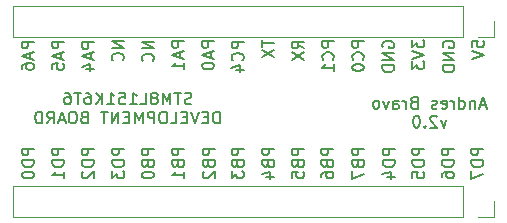
<source format=gbo>
G04 #@! TF.GenerationSoftware,KiCad,Pcbnew,7.0.7*
G04 #@! TF.CreationDate,2023-09-06T15:40:30-04:00*
G04 #@! TF.ProjectId,stm8l151k6t6_board,73746d38-6c31-4353-916b-3674365f626f,rev?*
G04 #@! TF.SameCoordinates,Original*
G04 #@! TF.FileFunction,Legend,Bot*
G04 #@! TF.FilePolarity,Positive*
%FSLAX46Y46*%
G04 Gerber Fmt 4.6, Leading zero omitted, Abs format (unit mm)*
G04 Created by KiCad (PCBNEW 7.0.7) date 2023-09-06 15:40:30*
%MOMM*%
%LPD*%
G01*
G04 APERTURE LIST*
%ADD10C,0.160000*%
%ADD11C,0.150000*%
%ADD12C,0.120000*%
%ADD13C,0.600000*%
%ADD14O,2.400000X1.200000*%
%ADD15C,2.200000*%
%ADD16R,1.700000X1.700000*%
%ADD17O,1.700000X1.700000*%
G04 APERTURE END LIST*
D10*
X128554299Y-107093358D02*
X127554299Y-107093358D01*
X127554299Y-107093358D02*
X128554299Y-107664786D01*
X128554299Y-107664786D02*
X127554299Y-107664786D01*
X128459060Y-108712405D02*
X128506680Y-108664786D01*
X128506680Y-108664786D02*
X128554299Y-108521929D01*
X128554299Y-108521929D02*
X128554299Y-108426691D01*
X128554299Y-108426691D02*
X128506680Y-108283834D01*
X128506680Y-108283834D02*
X128411441Y-108188596D01*
X128411441Y-108188596D02*
X128316203Y-108140977D01*
X128316203Y-108140977D02*
X128125727Y-108093358D01*
X128125727Y-108093358D02*
X127982870Y-108093358D01*
X127982870Y-108093358D02*
X127792394Y-108140977D01*
X127792394Y-108140977D02*
X127697156Y-108188596D01*
X127697156Y-108188596D02*
X127601918Y-108283834D01*
X127601918Y-108283834D02*
X127554299Y-108426691D01*
X127554299Y-108426691D02*
X127554299Y-108521929D01*
X127554299Y-108521929D02*
X127601918Y-108664786D01*
X127601918Y-108664786D02*
X127649537Y-108712405D01*
X156454299Y-116143358D02*
X155454299Y-116143358D01*
X155454299Y-116143358D02*
X155454299Y-116524310D01*
X155454299Y-116524310D02*
X155501918Y-116619548D01*
X155501918Y-116619548D02*
X155549537Y-116667167D01*
X155549537Y-116667167D02*
X155644775Y-116714786D01*
X155644775Y-116714786D02*
X155787632Y-116714786D01*
X155787632Y-116714786D02*
X155882870Y-116667167D01*
X155882870Y-116667167D02*
X155930489Y-116619548D01*
X155930489Y-116619548D02*
X155978108Y-116524310D01*
X155978108Y-116524310D02*
X155978108Y-116143358D01*
X156454299Y-117143358D02*
X155454299Y-117143358D01*
X155454299Y-117143358D02*
X155454299Y-117381453D01*
X155454299Y-117381453D02*
X155501918Y-117524310D01*
X155501918Y-117524310D02*
X155597156Y-117619548D01*
X155597156Y-117619548D02*
X155692394Y-117667167D01*
X155692394Y-117667167D02*
X155882870Y-117714786D01*
X155882870Y-117714786D02*
X156025727Y-117714786D01*
X156025727Y-117714786D02*
X156216203Y-117667167D01*
X156216203Y-117667167D02*
X156311441Y-117619548D01*
X156311441Y-117619548D02*
X156406680Y-117524310D01*
X156406680Y-117524310D02*
X156454299Y-117381453D01*
X156454299Y-117381453D02*
X156454299Y-117143358D01*
X155454299Y-118048120D02*
X155454299Y-118714786D01*
X155454299Y-118714786D02*
X156454299Y-118286215D01*
X126054299Y-116143358D02*
X125054299Y-116143358D01*
X125054299Y-116143358D02*
X125054299Y-116524310D01*
X125054299Y-116524310D02*
X125101918Y-116619548D01*
X125101918Y-116619548D02*
X125149537Y-116667167D01*
X125149537Y-116667167D02*
X125244775Y-116714786D01*
X125244775Y-116714786D02*
X125387632Y-116714786D01*
X125387632Y-116714786D02*
X125482870Y-116667167D01*
X125482870Y-116667167D02*
X125530489Y-116619548D01*
X125530489Y-116619548D02*
X125578108Y-116524310D01*
X125578108Y-116524310D02*
X125578108Y-116143358D01*
X126054299Y-117143358D02*
X125054299Y-117143358D01*
X125054299Y-117143358D02*
X125054299Y-117381453D01*
X125054299Y-117381453D02*
X125101918Y-117524310D01*
X125101918Y-117524310D02*
X125197156Y-117619548D01*
X125197156Y-117619548D02*
X125292394Y-117667167D01*
X125292394Y-117667167D02*
X125482870Y-117714786D01*
X125482870Y-117714786D02*
X125625727Y-117714786D01*
X125625727Y-117714786D02*
X125816203Y-117667167D01*
X125816203Y-117667167D02*
X125911441Y-117619548D01*
X125911441Y-117619548D02*
X126006680Y-117524310D01*
X126006680Y-117524310D02*
X126054299Y-117381453D01*
X126054299Y-117381453D02*
X126054299Y-117143358D01*
X125054299Y-118048120D02*
X125054299Y-118667167D01*
X125054299Y-118667167D02*
X125435251Y-118333834D01*
X125435251Y-118333834D02*
X125435251Y-118476691D01*
X125435251Y-118476691D02*
X125482870Y-118571929D01*
X125482870Y-118571929D02*
X125530489Y-118619548D01*
X125530489Y-118619548D02*
X125625727Y-118667167D01*
X125625727Y-118667167D02*
X125863822Y-118667167D01*
X125863822Y-118667167D02*
X125959060Y-118619548D01*
X125959060Y-118619548D02*
X126006680Y-118571929D01*
X126006680Y-118571929D02*
X126054299Y-118476691D01*
X126054299Y-118476691D02*
X126054299Y-118190977D01*
X126054299Y-118190977D02*
X126006680Y-118095739D01*
X126006680Y-118095739D02*
X125959060Y-118048120D01*
X151454299Y-116143358D02*
X150454299Y-116143358D01*
X150454299Y-116143358D02*
X150454299Y-116524310D01*
X150454299Y-116524310D02*
X150501918Y-116619548D01*
X150501918Y-116619548D02*
X150549537Y-116667167D01*
X150549537Y-116667167D02*
X150644775Y-116714786D01*
X150644775Y-116714786D02*
X150787632Y-116714786D01*
X150787632Y-116714786D02*
X150882870Y-116667167D01*
X150882870Y-116667167D02*
X150930489Y-116619548D01*
X150930489Y-116619548D02*
X150978108Y-116524310D01*
X150978108Y-116524310D02*
X150978108Y-116143358D01*
X151454299Y-117143358D02*
X150454299Y-117143358D01*
X150454299Y-117143358D02*
X150454299Y-117381453D01*
X150454299Y-117381453D02*
X150501918Y-117524310D01*
X150501918Y-117524310D02*
X150597156Y-117619548D01*
X150597156Y-117619548D02*
X150692394Y-117667167D01*
X150692394Y-117667167D02*
X150882870Y-117714786D01*
X150882870Y-117714786D02*
X151025727Y-117714786D01*
X151025727Y-117714786D02*
X151216203Y-117667167D01*
X151216203Y-117667167D02*
X151311441Y-117619548D01*
X151311441Y-117619548D02*
X151406680Y-117524310D01*
X151406680Y-117524310D02*
X151454299Y-117381453D01*
X151454299Y-117381453D02*
X151454299Y-117143358D01*
X150454299Y-118619548D02*
X150454299Y-118143358D01*
X150454299Y-118143358D02*
X150930489Y-118095739D01*
X150930489Y-118095739D02*
X150882870Y-118143358D01*
X150882870Y-118143358D02*
X150835251Y-118238596D01*
X150835251Y-118238596D02*
X150835251Y-118476691D01*
X150835251Y-118476691D02*
X150882870Y-118571929D01*
X150882870Y-118571929D02*
X150930489Y-118619548D01*
X150930489Y-118619548D02*
X151025727Y-118667167D01*
X151025727Y-118667167D02*
X151263822Y-118667167D01*
X151263822Y-118667167D02*
X151359060Y-118619548D01*
X151359060Y-118619548D02*
X151406680Y-118571929D01*
X151406680Y-118571929D02*
X151454299Y-118476691D01*
X151454299Y-118476691D02*
X151454299Y-118238596D01*
X151454299Y-118238596D02*
X151406680Y-118143358D01*
X151406680Y-118143358D02*
X151359060Y-118095739D01*
X153954299Y-116143358D02*
X152954299Y-116143358D01*
X152954299Y-116143358D02*
X152954299Y-116524310D01*
X152954299Y-116524310D02*
X153001918Y-116619548D01*
X153001918Y-116619548D02*
X153049537Y-116667167D01*
X153049537Y-116667167D02*
X153144775Y-116714786D01*
X153144775Y-116714786D02*
X153287632Y-116714786D01*
X153287632Y-116714786D02*
X153382870Y-116667167D01*
X153382870Y-116667167D02*
X153430489Y-116619548D01*
X153430489Y-116619548D02*
X153478108Y-116524310D01*
X153478108Y-116524310D02*
X153478108Y-116143358D01*
X153954299Y-117143358D02*
X152954299Y-117143358D01*
X152954299Y-117143358D02*
X152954299Y-117381453D01*
X152954299Y-117381453D02*
X153001918Y-117524310D01*
X153001918Y-117524310D02*
X153097156Y-117619548D01*
X153097156Y-117619548D02*
X153192394Y-117667167D01*
X153192394Y-117667167D02*
X153382870Y-117714786D01*
X153382870Y-117714786D02*
X153525727Y-117714786D01*
X153525727Y-117714786D02*
X153716203Y-117667167D01*
X153716203Y-117667167D02*
X153811441Y-117619548D01*
X153811441Y-117619548D02*
X153906680Y-117524310D01*
X153906680Y-117524310D02*
X153954299Y-117381453D01*
X153954299Y-117381453D02*
X153954299Y-117143358D01*
X152954299Y-118571929D02*
X152954299Y-118381453D01*
X152954299Y-118381453D02*
X153001918Y-118286215D01*
X153001918Y-118286215D02*
X153049537Y-118238596D01*
X153049537Y-118238596D02*
X153192394Y-118143358D01*
X153192394Y-118143358D02*
X153382870Y-118095739D01*
X153382870Y-118095739D02*
X153763822Y-118095739D01*
X153763822Y-118095739D02*
X153859060Y-118143358D01*
X153859060Y-118143358D02*
X153906680Y-118190977D01*
X153906680Y-118190977D02*
X153954299Y-118286215D01*
X153954299Y-118286215D02*
X153954299Y-118476691D01*
X153954299Y-118476691D02*
X153906680Y-118571929D01*
X153906680Y-118571929D02*
X153859060Y-118619548D01*
X153859060Y-118619548D02*
X153763822Y-118667167D01*
X153763822Y-118667167D02*
X153525727Y-118667167D01*
X153525727Y-118667167D02*
X153430489Y-118619548D01*
X153430489Y-118619548D02*
X153382870Y-118571929D01*
X153382870Y-118571929D02*
X153335251Y-118476691D01*
X153335251Y-118476691D02*
X153335251Y-118286215D01*
X153335251Y-118286215D02*
X153382870Y-118190977D01*
X153382870Y-118190977D02*
X153430489Y-118143358D01*
X153430489Y-118143358D02*
X153525727Y-118095739D01*
X146354299Y-107043358D02*
X145354299Y-107043358D01*
X145354299Y-107043358D02*
X145354299Y-107424310D01*
X145354299Y-107424310D02*
X145401918Y-107519548D01*
X145401918Y-107519548D02*
X145449537Y-107567167D01*
X145449537Y-107567167D02*
X145544775Y-107614786D01*
X145544775Y-107614786D02*
X145687632Y-107614786D01*
X145687632Y-107614786D02*
X145782870Y-107567167D01*
X145782870Y-107567167D02*
X145830489Y-107519548D01*
X145830489Y-107519548D02*
X145878108Y-107424310D01*
X145878108Y-107424310D02*
X145878108Y-107043358D01*
X146259060Y-108614786D02*
X146306680Y-108567167D01*
X146306680Y-108567167D02*
X146354299Y-108424310D01*
X146354299Y-108424310D02*
X146354299Y-108329072D01*
X146354299Y-108329072D02*
X146306680Y-108186215D01*
X146306680Y-108186215D02*
X146211441Y-108090977D01*
X146211441Y-108090977D02*
X146116203Y-108043358D01*
X146116203Y-108043358D02*
X145925727Y-107995739D01*
X145925727Y-107995739D02*
X145782870Y-107995739D01*
X145782870Y-107995739D02*
X145592394Y-108043358D01*
X145592394Y-108043358D02*
X145497156Y-108090977D01*
X145497156Y-108090977D02*
X145401918Y-108186215D01*
X145401918Y-108186215D02*
X145354299Y-108329072D01*
X145354299Y-108329072D02*
X145354299Y-108424310D01*
X145354299Y-108424310D02*
X145401918Y-108567167D01*
X145401918Y-108567167D02*
X145449537Y-108614786D01*
X145354299Y-109233834D02*
X145354299Y-109329072D01*
X145354299Y-109329072D02*
X145401918Y-109424310D01*
X145401918Y-109424310D02*
X145449537Y-109471929D01*
X145449537Y-109471929D02*
X145544775Y-109519548D01*
X145544775Y-109519548D02*
X145735251Y-109567167D01*
X145735251Y-109567167D02*
X145973346Y-109567167D01*
X145973346Y-109567167D02*
X146163822Y-109519548D01*
X146163822Y-109519548D02*
X146259060Y-109471929D01*
X146259060Y-109471929D02*
X146306680Y-109424310D01*
X146306680Y-109424310D02*
X146354299Y-109329072D01*
X146354299Y-109329072D02*
X146354299Y-109233834D01*
X146354299Y-109233834D02*
X146306680Y-109138596D01*
X146306680Y-109138596D02*
X146259060Y-109090977D01*
X146259060Y-109090977D02*
X146163822Y-109043358D01*
X146163822Y-109043358D02*
X145973346Y-108995739D01*
X145973346Y-108995739D02*
X145735251Y-108995739D01*
X145735251Y-108995739D02*
X145544775Y-109043358D01*
X145544775Y-109043358D02*
X145449537Y-109090977D01*
X145449537Y-109090977D02*
X145401918Y-109138596D01*
X145401918Y-109138596D02*
X145354299Y-109233834D01*
X118386499Y-107093358D02*
X117386499Y-107093358D01*
X117386499Y-107093358D02*
X117386499Y-107474310D01*
X117386499Y-107474310D02*
X117434118Y-107569548D01*
X117434118Y-107569548D02*
X117481737Y-107617167D01*
X117481737Y-107617167D02*
X117576975Y-107664786D01*
X117576975Y-107664786D02*
X117719832Y-107664786D01*
X117719832Y-107664786D02*
X117815070Y-107617167D01*
X117815070Y-107617167D02*
X117862689Y-107569548D01*
X117862689Y-107569548D02*
X117910308Y-107474310D01*
X117910308Y-107474310D02*
X117910308Y-107093358D01*
X118100784Y-108045739D02*
X118100784Y-108521929D01*
X118386499Y-107950501D02*
X117386499Y-108283834D01*
X117386499Y-108283834D02*
X118386499Y-108617167D01*
X117386499Y-109379072D02*
X117386499Y-109188596D01*
X117386499Y-109188596D02*
X117434118Y-109093358D01*
X117434118Y-109093358D02*
X117481737Y-109045739D01*
X117481737Y-109045739D02*
X117624594Y-108950501D01*
X117624594Y-108950501D02*
X117815070Y-108902882D01*
X117815070Y-108902882D02*
X118196022Y-108902882D01*
X118196022Y-108902882D02*
X118291260Y-108950501D01*
X118291260Y-108950501D02*
X118338880Y-108998120D01*
X118338880Y-108998120D02*
X118386499Y-109093358D01*
X118386499Y-109093358D02*
X118386499Y-109283834D01*
X118386499Y-109283834D02*
X118338880Y-109379072D01*
X118338880Y-109379072D02*
X118291260Y-109426691D01*
X118291260Y-109426691D02*
X118196022Y-109474310D01*
X118196022Y-109474310D02*
X117957927Y-109474310D01*
X117957927Y-109474310D02*
X117862689Y-109426691D01*
X117862689Y-109426691D02*
X117815070Y-109379072D01*
X117815070Y-109379072D02*
X117767451Y-109283834D01*
X117767451Y-109283834D02*
X117767451Y-109093358D01*
X117767451Y-109093358D02*
X117815070Y-108998120D01*
X117815070Y-108998120D02*
X117862689Y-108950501D01*
X117862689Y-108950501D02*
X117957927Y-108902882D01*
X136154299Y-107093358D02*
X135154299Y-107093358D01*
X135154299Y-107093358D02*
X135154299Y-107474310D01*
X135154299Y-107474310D02*
X135201918Y-107569548D01*
X135201918Y-107569548D02*
X135249537Y-107617167D01*
X135249537Y-107617167D02*
X135344775Y-107664786D01*
X135344775Y-107664786D02*
X135487632Y-107664786D01*
X135487632Y-107664786D02*
X135582870Y-107617167D01*
X135582870Y-107617167D02*
X135630489Y-107569548D01*
X135630489Y-107569548D02*
X135678108Y-107474310D01*
X135678108Y-107474310D02*
X135678108Y-107093358D01*
X136059060Y-108664786D02*
X136106680Y-108617167D01*
X136106680Y-108617167D02*
X136154299Y-108474310D01*
X136154299Y-108474310D02*
X136154299Y-108379072D01*
X136154299Y-108379072D02*
X136106680Y-108236215D01*
X136106680Y-108236215D02*
X136011441Y-108140977D01*
X136011441Y-108140977D02*
X135916203Y-108093358D01*
X135916203Y-108093358D02*
X135725727Y-108045739D01*
X135725727Y-108045739D02*
X135582870Y-108045739D01*
X135582870Y-108045739D02*
X135392394Y-108093358D01*
X135392394Y-108093358D02*
X135297156Y-108140977D01*
X135297156Y-108140977D02*
X135201918Y-108236215D01*
X135201918Y-108236215D02*
X135154299Y-108379072D01*
X135154299Y-108379072D02*
X135154299Y-108474310D01*
X135154299Y-108474310D02*
X135201918Y-108617167D01*
X135201918Y-108617167D02*
X135249537Y-108664786D01*
X135487632Y-109521929D02*
X136154299Y-109521929D01*
X135106680Y-109283834D02*
X135820965Y-109045739D01*
X135820965Y-109045739D02*
X135820965Y-109664786D01*
X146354299Y-116143358D02*
X145354299Y-116143358D01*
X145354299Y-116143358D02*
X145354299Y-116524310D01*
X145354299Y-116524310D02*
X145401918Y-116619548D01*
X145401918Y-116619548D02*
X145449537Y-116667167D01*
X145449537Y-116667167D02*
X145544775Y-116714786D01*
X145544775Y-116714786D02*
X145687632Y-116714786D01*
X145687632Y-116714786D02*
X145782870Y-116667167D01*
X145782870Y-116667167D02*
X145830489Y-116619548D01*
X145830489Y-116619548D02*
X145878108Y-116524310D01*
X145878108Y-116524310D02*
X145878108Y-116143358D01*
X145830489Y-117476691D02*
X145878108Y-117619548D01*
X145878108Y-117619548D02*
X145925727Y-117667167D01*
X145925727Y-117667167D02*
X146020965Y-117714786D01*
X146020965Y-117714786D02*
X146163822Y-117714786D01*
X146163822Y-117714786D02*
X146259060Y-117667167D01*
X146259060Y-117667167D02*
X146306680Y-117619548D01*
X146306680Y-117619548D02*
X146354299Y-117524310D01*
X146354299Y-117524310D02*
X146354299Y-117143358D01*
X146354299Y-117143358D02*
X145354299Y-117143358D01*
X145354299Y-117143358D02*
X145354299Y-117476691D01*
X145354299Y-117476691D02*
X145401918Y-117571929D01*
X145401918Y-117571929D02*
X145449537Y-117619548D01*
X145449537Y-117619548D02*
X145544775Y-117667167D01*
X145544775Y-117667167D02*
X145640013Y-117667167D01*
X145640013Y-117667167D02*
X145735251Y-117619548D01*
X145735251Y-117619548D02*
X145782870Y-117571929D01*
X145782870Y-117571929D02*
X145830489Y-117476691D01*
X145830489Y-117476691D02*
X145830489Y-117143358D01*
X145354299Y-118048120D02*
X145354299Y-118714786D01*
X145354299Y-118714786D02*
X146354299Y-118286215D01*
X131104299Y-116143358D02*
X130104299Y-116143358D01*
X130104299Y-116143358D02*
X130104299Y-116524310D01*
X130104299Y-116524310D02*
X130151918Y-116619548D01*
X130151918Y-116619548D02*
X130199537Y-116667167D01*
X130199537Y-116667167D02*
X130294775Y-116714786D01*
X130294775Y-116714786D02*
X130437632Y-116714786D01*
X130437632Y-116714786D02*
X130532870Y-116667167D01*
X130532870Y-116667167D02*
X130580489Y-116619548D01*
X130580489Y-116619548D02*
X130628108Y-116524310D01*
X130628108Y-116524310D02*
X130628108Y-116143358D01*
X130580489Y-117476691D02*
X130628108Y-117619548D01*
X130628108Y-117619548D02*
X130675727Y-117667167D01*
X130675727Y-117667167D02*
X130770965Y-117714786D01*
X130770965Y-117714786D02*
X130913822Y-117714786D01*
X130913822Y-117714786D02*
X131009060Y-117667167D01*
X131009060Y-117667167D02*
X131056680Y-117619548D01*
X131056680Y-117619548D02*
X131104299Y-117524310D01*
X131104299Y-117524310D02*
X131104299Y-117143358D01*
X131104299Y-117143358D02*
X130104299Y-117143358D01*
X130104299Y-117143358D02*
X130104299Y-117476691D01*
X130104299Y-117476691D02*
X130151918Y-117571929D01*
X130151918Y-117571929D02*
X130199537Y-117619548D01*
X130199537Y-117619548D02*
X130294775Y-117667167D01*
X130294775Y-117667167D02*
X130390013Y-117667167D01*
X130390013Y-117667167D02*
X130485251Y-117619548D01*
X130485251Y-117619548D02*
X130532870Y-117571929D01*
X130532870Y-117571929D02*
X130580489Y-117476691D01*
X130580489Y-117476691D02*
X130580489Y-117143358D01*
X131104299Y-118667167D02*
X131104299Y-118095739D01*
X131104299Y-118381453D02*
X130104299Y-118381453D01*
X130104299Y-118381453D02*
X130247156Y-118286215D01*
X130247156Y-118286215D02*
X130342394Y-118190977D01*
X130342394Y-118190977D02*
X130390013Y-118095739D01*
X150454299Y-106948120D02*
X150454299Y-107567167D01*
X150454299Y-107567167D02*
X150835251Y-107233834D01*
X150835251Y-107233834D02*
X150835251Y-107376691D01*
X150835251Y-107376691D02*
X150882870Y-107471929D01*
X150882870Y-107471929D02*
X150930489Y-107519548D01*
X150930489Y-107519548D02*
X151025727Y-107567167D01*
X151025727Y-107567167D02*
X151263822Y-107567167D01*
X151263822Y-107567167D02*
X151359060Y-107519548D01*
X151359060Y-107519548D02*
X151406680Y-107471929D01*
X151406680Y-107471929D02*
X151454299Y-107376691D01*
X151454299Y-107376691D02*
X151454299Y-107090977D01*
X151454299Y-107090977D02*
X151406680Y-106995739D01*
X151406680Y-106995739D02*
X151359060Y-106948120D01*
X150454299Y-107852882D02*
X151454299Y-108186215D01*
X151454299Y-108186215D02*
X150454299Y-108519548D01*
X150454299Y-108757644D02*
X150454299Y-109376691D01*
X150454299Y-109376691D02*
X150835251Y-109043358D01*
X150835251Y-109043358D02*
X150835251Y-109186215D01*
X150835251Y-109186215D02*
X150882870Y-109281453D01*
X150882870Y-109281453D02*
X150930489Y-109329072D01*
X150930489Y-109329072D02*
X151025727Y-109376691D01*
X151025727Y-109376691D02*
X151263822Y-109376691D01*
X151263822Y-109376691D02*
X151359060Y-109329072D01*
X151359060Y-109329072D02*
X151406680Y-109281453D01*
X151406680Y-109281453D02*
X151454299Y-109186215D01*
X151454299Y-109186215D02*
X151454299Y-108900501D01*
X151454299Y-108900501D02*
X151406680Y-108805263D01*
X151406680Y-108805263D02*
X151359060Y-108757644D01*
D11*
X156661905Y-112464104D02*
X156185715Y-112464104D01*
X156757143Y-112749819D02*
X156423810Y-111749819D01*
X156423810Y-111749819D02*
X156090477Y-112749819D01*
X155757143Y-112083152D02*
X155757143Y-112749819D01*
X155757143Y-112178390D02*
X155709524Y-112130771D01*
X155709524Y-112130771D02*
X155614286Y-112083152D01*
X155614286Y-112083152D02*
X155471429Y-112083152D01*
X155471429Y-112083152D02*
X155376191Y-112130771D01*
X155376191Y-112130771D02*
X155328572Y-112226009D01*
X155328572Y-112226009D02*
X155328572Y-112749819D01*
X154423810Y-112749819D02*
X154423810Y-111749819D01*
X154423810Y-112702200D02*
X154519048Y-112749819D01*
X154519048Y-112749819D02*
X154709524Y-112749819D01*
X154709524Y-112749819D02*
X154804762Y-112702200D01*
X154804762Y-112702200D02*
X154852381Y-112654580D01*
X154852381Y-112654580D02*
X154900000Y-112559342D01*
X154900000Y-112559342D02*
X154900000Y-112273628D01*
X154900000Y-112273628D02*
X154852381Y-112178390D01*
X154852381Y-112178390D02*
X154804762Y-112130771D01*
X154804762Y-112130771D02*
X154709524Y-112083152D01*
X154709524Y-112083152D02*
X154519048Y-112083152D01*
X154519048Y-112083152D02*
X154423810Y-112130771D01*
X153947619Y-112749819D02*
X153947619Y-112083152D01*
X153947619Y-112273628D02*
X153900000Y-112178390D01*
X153900000Y-112178390D02*
X153852381Y-112130771D01*
X153852381Y-112130771D02*
X153757143Y-112083152D01*
X153757143Y-112083152D02*
X153661905Y-112083152D01*
X152947619Y-112702200D02*
X153042857Y-112749819D01*
X153042857Y-112749819D02*
X153233333Y-112749819D01*
X153233333Y-112749819D02*
X153328571Y-112702200D01*
X153328571Y-112702200D02*
X153376190Y-112606961D01*
X153376190Y-112606961D02*
X153376190Y-112226009D01*
X153376190Y-112226009D02*
X153328571Y-112130771D01*
X153328571Y-112130771D02*
X153233333Y-112083152D01*
X153233333Y-112083152D02*
X153042857Y-112083152D01*
X153042857Y-112083152D02*
X152947619Y-112130771D01*
X152947619Y-112130771D02*
X152900000Y-112226009D01*
X152900000Y-112226009D02*
X152900000Y-112321247D01*
X152900000Y-112321247D02*
X153376190Y-112416485D01*
X152519047Y-112702200D02*
X152423809Y-112749819D01*
X152423809Y-112749819D02*
X152233333Y-112749819D01*
X152233333Y-112749819D02*
X152138095Y-112702200D01*
X152138095Y-112702200D02*
X152090476Y-112606961D01*
X152090476Y-112606961D02*
X152090476Y-112559342D01*
X152090476Y-112559342D02*
X152138095Y-112464104D01*
X152138095Y-112464104D02*
X152233333Y-112416485D01*
X152233333Y-112416485D02*
X152376190Y-112416485D01*
X152376190Y-112416485D02*
X152471428Y-112368866D01*
X152471428Y-112368866D02*
X152519047Y-112273628D01*
X152519047Y-112273628D02*
X152519047Y-112226009D01*
X152519047Y-112226009D02*
X152471428Y-112130771D01*
X152471428Y-112130771D02*
X152376190Y-112083152D01*
X152376190Y-112083152D02*
X152233333Y-112083152D01*
X152233333Y-112083152D02*
X152138095Y-112130771D01*
X150566666Y-112226009D02*
X150423809Y-112273628D01*
X150423809Y-112273628D02*
X150376190Y-112321247D01*
X150376190Y-112321247D02*
X150328571Y-112416485D01*
X150328571Y-112416485D02*
X150328571Y-112559342D01*
X150328571Y-112559342D02*
X150376190Y-112654580D01*
X150376190Y-112654580D02*
X150423809Y-112702200D01*
X150423809Y-112702200D02*
X150519047Y-112749819D01*
X150519047Y-112749819D02*
X150899999Y-112749819D01*
X150899999Y-112749819D02*
X150899999Y-111749819D01*
X150899999Y-111749819D02*
X150566666Y-111749819D01*
X150566666Y-111749819D02*
X150471428Y-111797438D01*
X150471428Y-111797438D02*
X150423809Y-111845057D01*
X150423809Y-111845057D02*
X150376190Y-111940295D01*
X150376190Y-111940295D02*
X150376190Y-112035533D01*
X150376190Y-112035533D02*
X150423809Y-112130771D01*
X150423809Y-112130771D02*
X150471428Y-112178390D01*
X150471428Y-112178390D02*
X150566666Y-112226009D01*
X150566666Y-112226009D02*
X150899999Y-112226009D01*
X149899999Y-112749819D02*
X149899999Y-112083152D01*
X149899999Y-112273628D02*
X149852380Y-112178390D01*
X149852380Y-112178390D02*
X149804761Y-112130771D01*
X149804761Y-112130771D02*
X149709523Y-112083152D01*
X149709523Y-112083152D02*
X149614285Y-112083152D01*
X148852380Y-112749819D02*
X148852380Y-112226009D01*
X148852380Y-112226009D02*
X148899999Y-112130771D01*
X148899999Y-112130771D02*
X148995237Y-112083152D01*
X148995237Y-112083152D02*
X149185713Y-112083152D01*
X149185713Y-112083152D02*
X149280951Y-112130771D01*
X148852380Y-112702200D02*
X148947618Y-112749819D01*
X148947618Y-112749819D02*
X149185713Y-112749819D01*
X149185713Y-112749819D02*
X149280951Y-112702200D01*
X149280951Y-112702200D02*
X149328570Y-112606961D01*
X149328570Y-112606961D02*
X149328570Y-112511723D01*
X149328570Y-112511723D02*
X149280951Y-112416485D01*
X149280951Y-112416485D02*
X149185713Y-112368866D01*
X149185713Y-112368866D02*
X148947618Y-112368866D01*
X148947618Y-112368866D02*
X148852380Y-112321247D01*
X148471427Y-112083152D02*
X148233332Y-112749819D01*
X148233332Y-112749819D02*
X147995237Y-112083152D01*
X147471427Y-112749819D02*
X147566665Y-112702200D01*
X147566665Y-112702200D02*
X147614284Y-112654580D01*
X147614284Y-112654580D02*
X147661903Y-112559342D01*
X147661903Y-112559342D02*
X147661903Y-112273628D01*
X147661903Y-112273628D02*
X147614284Y-112178390D01*
X147614284Y-112178390D02*
X147566665Y-112130771D01*
X147566665Y-112130771D02*
X147471427Y-112083152D01*
X147471427Y-112083152D02*
X147328570Y-112083152D01*
X147328570Y-112083152D02*
X147233332Y-112130771D01*
X147233332Y-112130771D02*
X147185713Y-112178390D01*
X147185713Y-112178390D02*
X147138094Y-112273628D01*
X147138094Y-112273628D02*
X147138094Y-112559342D01*
X147138094Y-112559342D02*
X147185713Y-112654580D01*
X147185713Y-112654580D02*
X147233332Y-112702200D01*
X147233332Y-112702200D02*
X147328570Y-112749819D01*
X147328570Y-112749819D02*
X147471427Y-112749819D01*
X153328570Y-113693152D02*
X153090475Y-114359819D01*
X153090475Y-114359819D02*
X152852380Y-113693152D01*
X152519046Y-113455057D02*
X152471427Y-113407438D01*
X152471427Y-113407438D02*
X152376189Y-113359819D01*
X152376189Y-113359819D02*
X152138094Y-113359819D01*
X152138094Y-113359819D02*
X152042856Y-113407438D01*
X152042856Y-113407438D02*
X151995237Y-113455057D01*
X151995237Y-113455057D02*
X151947618Y-113550295D01*
X151947618Y-113550295D02*
X151947618Y-113645533D01*
X151947618Y-113645533D02*
X151995237Y-113788390D01*
X151995237Y-113788390D02*
X152566665Y-114359819D01*
X152566665Y-114359819D02*
X151947618Y-114359819D01*
X151519046Y-114264580D02*
X151471427Y-114312200D01*
X151471427Y-114312200D02*
X151519046Y-114359819D01*
X151519046Y-114359819D02*
X151566665Y-114312200D01*
X151566665Y-114312200D02*
X151519046Y-114264580D01*
X151519046Y-114264580D02*
X151519046Y-114359819D01*
X150852380Y-113359819D02*
X150757142Y-113359819D01*
X150757142Y-113359819D02*
X150661904Y-113407438D01*
X150661904Y-113407438D02*
X150614285Y-113455057D01*
X150614285Y-113455057D02*
X150566666Y-113550295D01*
X150566666Y-113550295D02*
X150519047Y-113740771D01*
X150519047Y-113740771D02*
X150519047Y-113978866D01*
X150519047Y-113978866D02*
X150566666Y-114169342D01*
X150566666Y-114169342D02*
X150614285Y-114264580D01*
X150614285Y-114264580D02*
X150661904Y-114312200D01*
X150661904Y-114312200D02*
X150757142Y-114359819D01*
X150757142Y-114359819D02*
X150852380Y-114359819D01*
X150852380Y-114359819D02*
X150947618Y-114312200D01*
X150947618Y-114312200D02*
X150995237Y-114264580D01*
X150995237Y-114264580D02*
X151042856Y-114169342D01*
X151042856Y-114169342D02*
X151090475Y-113978866D01*
X151090475Y-113978866D02*
X151090475Y-113740771D01*
X151090475Y-113740771D02*
X151042856Y-113550295D01*
X151042856Y-113550295D02*
X150995237Y-113455057D01*
X150995237Y-113455057D02*
X150947618Y-113407438D01*
X150947618Y-113407438D02*
X150852380Y-113359819D01*
D10*
X133654299Y-107043358D02*
X132654299Y-107043358D01*
X132654299Y-107043358D02*
X132654299Y-107424310D01*
X132654299Y-107424310D02*
X132701918Y-107519548D01*
X132701918Y-107519548D02*
X132749537Y-107567167D01*
X132749537Y-107567167D02*
X132844775Y-107614786D01*
X132844775Y-107614786D02*
X132987632Y-107614786D01*
X132987632Y-107614786D02*
X133082870Y-107567167D01*
X133082870Y-107567167D02*
X133130489Y-107519548D01*
X133130489Y-107519548D02*
X133178108Y-107424310D01*
X133178108Y-107424310D02*
X133178108Y-107043358D01*
X133368584Y-107995739D02*
X133368584Y-108471929D01*
X133654299Y-107900501D02*
X132654299Y-108233834D01*
X132654299Y-108233834D02*
X133654299Y-108567167D01*
X132654299Y-109090977D02*
X132654299Y-109186215D01*
X132654299Y-109186215D02*
X132701918Y-109281453D01*
X132701918Y-109281453D02*
X132749537Y-109329072D01*
X132749537Y-109329072D02*
X132844775Y-109376691D01*
X132844775Y-109376691D02*
X133035251Y-109424310D01*
X133035251Y-109424310D02*
X133273346Y-109424310D01*
X133273346Y-109424310D02*
X133463822Y-109376691D01*
X133463822Y-109376691D02*
X133559060Y-109329072D01*
X133559060Y-109329072D02*
X133606680Y-109281453D01*
X133606680Y-109281453D02*
X133654299Y-109186215D01*
X133654299Y-109186215D02*
X133654299Y-109090977D01*
X133654299Y-109090977D02*
X133606680Y-108995739D01*
X133606680Y-108995739D02*
X133559060Y-108948120D01*
X133559060Y-108948120D02*
X133463822Y-108900501D01*
X133463822Y-108900501D02*
X133273346Y-108852882D01*
X133273346Y-108852882D02*
X133035251Y-108852882D01*
X133035251Y-108852882D02*
X132844775Y-108900501D01*
X132844775Y-108900501D02*
X132749537Y-108948120D01*
X132749537Y-108948120D02*
X132701918Y-108995739D01*
X132701918Y-108995739D02*
X132654299Y-109090977D01*
X138754299Y-116143358D02*
X137754299Y-116143358D01*
X137754299Y-116143358D02*
X137754299Y-116524310D01*
X137754299Y-116524310D02*
X137801918Y-116619548D01*
X137801918Y-116619548D02*
X137849537Y-116667167D01*
X137849537Y-116667167D02*
X137944775Y-116714786D01*
X137944775Y-116714786D02*
X138087632Y-116714786D01*
X138087632Y-116714786D02*
X138182870Y-116667167D01*
X138182870Y-116667167D02*
X138230489Y-116619548D01*
X138230489Y-116619548D02*
X138278108Y-116524310D01*
X138278108Y-116524310D02*
X138278108Y-116143358D01*
X138230489Y-117476691D02*
X138278108Y-117619548D01*
X138278108Y-117619548D02*
X138325727Y-117667167D01*
X138325727Y-117667167D02*
X138420965Y-117714786D01*
X138420965Y-117714786D02*
X138563822Y-117714786D01*
X138563822Y-117714786D02*
X138659060Y-117667167D01*
X138659060Y-117667167D02*
X138706680Y-117619548D01*
X138706680Y-117619548D02*
X138754299Y-117524310D01*
X138754299Y-117524310D02*
X138754299Y-117143358D01*
X138754299Y-117143358D02*
X137754299Y-117143358D01*
X137754299Y-117143358D02*
X137754299Y-117476691D01*
X137754299Y-117476691D02*
X137801918Y-117571929D01*
X137801918Y-117571929D02*
X137849537Y-117619548D01*
X137849537Y-117619548D02*
X137944775Y-117667167D01*
X137944775Y-117667167D02*
X138040013Y-117667167D01*
X138040013Y-117667167D02*
X138135251Y-117619548D01*
X138135251Y-117619548D02*
X138182870Y-117571929D01*
X138182870Y-117571929D02*
X138230489Y-117476691D01*
X138230489Y-117476691D02*
X138230489Y-117143358D01*
X138087632Y-118571929D02*
X138754299Y-118571929D01*
X137706680Y-118333834D02*
X138420965Y-118095739D01*
X138420965Y-118095739D02*
X138420965Y-118714786D01*
X120954299Y-107093358D02*
X119954299Y-107093358D01*
X119954299Y-107093358D02*
X119954299Y-107474310D01*
X119954299Y-107474310D02*
X120001918Y-107569548D01*
X120001918Y-107569548D02*
X120049537Y-107617167D01*
X120049537Y-107617167D02*
X120144775Y-107664786D01*
X120144775Y-107664786D02*
X120287632Y-107664786D01*
X120287632Y-107664786D02*
X120382870Y-107617167D01*
X120382870Y-107617167D02*
X120430489Y-107569548D01*
X120430489Y-107569548D02*
X120478108Y-107474310D01*
X120478108Y-107474310D02*
X120478108Y-107093358D01*
X120668584Y-108045739D02*
X120668584Y-108521929D01*
X120954299Y-107950501D02*
X119954299Y-108283834D01*
X119954299Y-108283834D02*
X120954299Y-108617167D01*
X119954299Y-109426691D02*
X119954299Y-108950501D01*
X119954299Y-108950501D02*
X120430489Y-108902882D01*
X120430489Y-108902882D02*
X120382870Y-108950501D01*
X120382870Y-108950501D02*
X120335251Y-109045739D01*
X120335251Y-109045739D02*
X120335251Y-109283834D01*
X120335251Y-109283834D02*
X120382870Y-109379072D01*
X120382870Y-109379072D02*
X120430489Y-109426691D01*
X120430489Y-109426691D02*
X120525727Y-109474310D01*
X120525727Y-109474310D02*
X120763822Y-109474310D01*
X120763822Y-109474310D02*
X120859060Y-109426691D01*
X120859060Y-109426691D02*
X120906680Y-109379072D01*
X120906680Y-109379072D02*
X120954299Y-109283834D01*
X120954299Y-109283834D02*
X120954299Y-109045739D01*
X120954299Y-109045739D02*
X120906680Y-108950501D01*
X120906680Y-108950501D02*
X120859060Y-108902882D01*
X120954299Y-116143358D02*
X119954299Y-116143358D01*
X119954299Y-116143358D02*
X119954299Y-116524310D01*
X119954299Y-116524310D02*
X120001918Y-116619548D01*
X120001918Y-116619548D02*
X120049537Y-116667167D01*
X120049537Y-116667167D02*
X120144775Y-116714786D01*
X120144775Y-116714786D02*
X120287632Y-116714786D01*
X120287632Y-116714786D02*
X120382870Y-116667167D01*
X120382870Y-116667167D02*
X120430489Y-116619548D01*
X120430489Y-116619548D02*
X120478108Y-116524310D01*
X120478108Y-116524310D02*
X120478108Y-116143358D01*
X120954299Y-117143358D02*
X119954299Y-117143358D01*
X119954299Y-117143358D02*
X119954299Y-117381453D01*
X119954299Y-117381453D02*
X120001918Y-117524310D01*
X120001918Y-117524310D02*
X120097156Y-117619548D01*
X120097156Y-117619548D02*
X120192394Y-117667167D01*
X120192394Y-117667167D02*
X120382870Y-117714786D01*
X120382870Y-117714786D02*
X120525727Y-117714786D01*
X120525727Y-117714786D02*
X120716203Y-117667167D01*
X120716203Y-117667167D02*
X120811441Y-117619548D01*
X120811441Y-117619548D02*
X120906680Y-117524310D01*
X120906680Y-117524310D02*
X120954299Y-117381453D01*
X120954299Y-117381453D02*
X120954299Y-117143358D01*
X120954299Y-118667167D02*
X120954299Y-118095739D01*
X120954299Y-118381453D02*
X119954299Y-118381453D01*
X119954299Y-118381453D02*
X120097156Y-118286215D01*
X120097156Y-118286215D02*
X120192394Y-118190977D01*
X120192394Y-118190977D02*
X120240013Y-118095739D01*
X131104299Y-107043358D02*
X130104299Y-107043358D01*
X130104299Y-107043358D02*
X130104299Y-107424310D01*
X130104299Y-107424310D02*
X130151918Y-107519548D01*
X130151918Y-107519548D02*
X130199537Y-107567167D01*
X130199537Y-107567167D02*
X130294775Y-107614786D01*
X130294775Y-107614786D02*
X130437632Y-107614786D01*
X130437632Y-107614786D02*
X130532870Y-107567167D01*
X130532870Y-107567167D02*
X130580489Y-107519548D01*
X130580489Y-107519548D02*
X130628108Y-107424310D01*
X130628108Y-107424310D02*
X130628108Y-107043358D01*
X130818584Y-107995739D02*
X130818584Y-108471929D01*
X131104299Y-107900501D02*
X130104299Y-108233834D01*
X130104299Y-108233834D02*
X131104299Y-108567167D01*
X131104299Y-109424310D02*
X131104299Y-108852882D01*
X131104299Y-109138596D02*
X130104299Y-109138596D01*
X130104299Y-109138596D02*
X130247156Y-109043358D01*
X130247156Y-109043358D02*
X130342394Y-108948120D01*
X130342394Y-108948120D02*
X130390013Y-108852882D01*
X141254299Y-107664786D02*
X140778108Y-107331453D01*
X141254299Y-107093358D02*
X140254299Y-107093358D01*
X140254299Y-107093358D02*
X140254299Y-107474310D01*
X140254299Y-107474310D02*
X140301918Y-107569548D01*
X140301918Y-107569548D02*
X140349537Y-107617167D01*
X140349537Y-107617167D02*
X140444775Y-107664786D01*
X140444775Y-107664786D02*
X140587632Y-107664786D01*
X140587632Y-107664786D02*
X140682870Y-107617167D01*
X140682870Y-107617167D02*
X140730489Y-107569548D01*
X140730489Y-107569548D02*
X140778108Y-107474310D01*
X140778108Y-107474310D02*
X140778108Y-107093358D01*
X140254299Y-107998120D02*
X141254299Y-108664786D01*
X140254299Y-108664786D02*
X141254299Y-107998120D01*
X153051918Y-107567167D02*
X153004299Y-107471929D01*
X153004299Y-107471929D02*
X153004299Y-107329072D01*
X153004299Y-107329072D02*
X153051918Y-107186215D01*
X153051918Y-107186215D02*
X153147156Y-107090977D01*
X153147156Y-107090977D02*
X153242394Y-107043358D01*
X153242394Y-107043358D02*
X153432870Y-106995739D01*
X153432870Y-106995739D02*
X153575727Y-106995739D01*
X153575727Y-106995739D02*
X153766203Y-107043358D01*
X153766203Y-107043358D02*
X153861441Y-107090977D01*
X153861441Y-107090977D02*
X153956680Y-107186215D01*
X153956680Y-107186215D02*
X154004299Y-107329072D01*
X154004299Y-107329072D02*
X154004299Y-107424310D01*
X154004299Y-107424310D02*
X153956680Y-107567167D01*
X153956680Y-107567167D02*
X153909060Y-107614786D01*
X153909060Y-107614786D02*
X153575727Y-107614786D01*
X153575727Y-107614786D02*
X153575727Y-107424310D01*
X154004299Y-108043358D02*
X153004299Y-108043358D01*
X153004299Y-108043358D02*
X154004299Y-108614786D01*
X154004299Y-108614786D02*
X153004299Y-108614786D01*
X154004299Y-109090977D02*
X153004299Y-109090977D01*
X153004299Y-109090977D02*
X153004299Y-109329072D01*
X153004299Y-109329072D02*
X153051918Y-109471929D01*
X153051918Y-109471929D02*
X153147156Y-109567167D01*
X153147156Y-109567167D02*
X153242394Y-109614786D01*
X153242394Y-109614786D02*
X153432870Y-109662405D01*
X153432870Y-109662405D02*
X153575727Y-109662405D01*
X153575727Y-109662405D02*
X153766203Y-109614786D01*
X153766203Y-109614786D02*
X153861441Y-109567167D01*
X153861441Y-109567167D02*
X153956680Y-109471929D01*
X153956680Y-109471929D02*
X154004299Y-109329072D01*
X154004299Y-109329072D02*
X154004299Y-109090977D01*
X123504299Y-107143358D02*
X122504299Y-107143358D01*
X122504299Y-107143358D02*
X122504299Y-107524310D01*
X122504299Y-107524310D02*
X122551918Y-107619548D01*
X122551918Y-107619548D02*
X122599537Y-107667167D01*
X122599537Y-107667167D02*
X122694775Y-107714786D01*
X122694775Y-107714786D02*
X122837632Y-107714786D01*
X122837632Y-107714786D02*
X122932870Y-107667167D01*
X122932870Y-107667167D02*
X122980489Y-107619548D01*
X122980489Y-107619548D02*
X123028108Y-107524310D01*
X123028108Y-107524310D02*
X123028108Y-107143358D01*
X123218584Y-108095739D02*
X123218584Y-108571929D01*
X123504299Y-108000501D02*
X122504299Y-108333834D01*
X122504299Y-108333834D02*
X123504299Y-108667167D01*
X122837632Y-109429072D02*
X123504299Y-109429072D01*
X122456680Y-109190977D02*
X123170965Y-108952882D01*
X123170965Y-108952882D02*
X123170965Y-109571929D01*
X136154299Y-116143358D02*
X135154299Y-116143358D01*
X135154299Y-116143358D02*
X135154299Y-116524310D01*
X135154299Y-116524310D02*
X135201918Y-116619548D01*
X135201918Y-116619548D02*
X135249537Y-116667167D01*
X135249537Y-116667167D02*
X135344775Y-116714786D01*
X135344775Y-116714786D02*
X135487632Y-116714786D01*
X135487632Y-116714786D02*
X135582870Y-116667167D01*
X135582870Y-116667167D02*
X135630489Y-116619548D01*
X135630489Y-116619548D02*
X135678108Y-116524310D01*
X135678108Y-116524310D02*
X135678108Y-116143358D01*
X135630489Y-117476691D02*
X135678108Y-117619548D01*
X135678108Y-117619548D02*
X135725727Y-117667167D01*
X135725727Y-117667167D02*
X135820965Y-117714786D01*
X135820965Y-117714786D02*
X135963822Y-117714786D01*
X135963822Y-117714786D02*
X136059060Y-117667167D01*
X136059060Y-117667167D02*
X136106680Y-117619548D01*
X136106680Y-117619548D02*
X136154299Y-117524310D01*
X136154299Y-117524310D02*
X136154299Y-117143358D01*
X136154299Y-117143358D02*
X135154299Y-117143358D01*
X135154299Y-117143358D02*
X135154299Y-117476691D01*
X135154299Y-117476691D02*
X135201918Y-117571929D01*
X135201918Y-117571929D02*
X135249537Y-117619548D01*
X135249537Y-117619548D02*
X135344775Y-117667167D01*
X135344775Y-117667167D02*
X135440013Y-117667167D01*
X135440013Y-117667167D02*
X135535251Y-117619548D01*
X135535251Y-117619548D02*
X135582870Y-117571929D01*
X135582870Y-117571929D02*
X135630489Y-117476691D01*
X135630489Y-117476691D02*
X135630489Y-117143358D01*
X135154299Y-118048120D02*
X135154299Y-118667167D01*
X135154299Y-118667167D02*
X135535251Y-118333834D01*
X135535251Y-118333834D02*
X135535251Y-118476691D01*
X135535251Y-118476691D02*
X135582870Y-118571929D01*
X135582870Y-118571929D02*
X135630489Y-118619548D01*
X135630489Y-118619548D02*
X135725727Y-118667167D01*
X135725727Y-118667167D02*
X135963822Y-118667167D01*
X135963822Y-118667167D02*
X136059060Y-118619548D01*
X136059060Y-118619548D02*
X136106680Y-118571929D01*
X136106680Y-118571929D02*
X136154299Y-118476691D01*
X136154299Y-118476691D02*
X136154299Y-118190977D01*
X136154299Y-118190977D02*
X136106680Y-118095739D01*
X136106680Y-118095739D02*
X136059060Y-118048120D01*
X147951918Y-107567167D02*
X147904299Y-107471929D01*
X147904299Y-107471929D02*
X147904299Y-107329072D01*
X147904299Y-107329072D02*
X147951918Y-107186215D01*
X147951918Y-107186215D02*
X148047156Y-107090977D01*
X148047156Y-107090977D02*
X148142394Y-107043358D01*
X148142394Y-107043358D02*
X148332870Y-106995739D01*
X148332870Y-106995739D02*
X148475727Y-106995739D01*
X148475727Y-106995739D02*
X148666203Y-107043358D01*
X148666203Y-107043358D02*
X148761441Y-107090977D01*
X148761441Y-107090977D02*
X148856680Y-107186215D01*
X148856680Y-107186215D02*
X148904299Y-107329072D01*
X148904299Y-107329072D02*
X148904299Y-107424310D01*
X148904299Y-107424310D02*
X148856680Y-107567167D01*
X148856680Y-107567167D02*
X148809060Y-107614786D01*
X148809060Y-107614786D02*
X148475727Y-107614786D01*
X148475727Y-107614786D02*
X148475727Y-107424310D01*
X148904299Y-108043358D02*
X147904299Y-108043358D01*
X147904299Y-108043358D02*
X148904299Y-108614786D01*
X148904299Y-108614786D02*
X147904299Y-108614786D01*
X148904299Y-109090977D02*
X147904299Y-109090977D01*
X147904299Y-109090977D02*
X147904299Y-109329072D01*
X147904299Y-109329072D02*
X147951918Y-109471929D01*
X147951918Y-109471929D02*
X148047156Y-109567167D01*
X148047156Y-109567167D02*
X148142394Y-109614786D01*
X148142394Y-109614786D02*
X148332870Y-109662405D01*
X148332870Y-109662405D02*
X148475727Y-109662405D01*
X148475727Y-109662405D02*
X148666203Y-109614786D01*
X148666203Y-109614786D02*
X148761441Y-109567167D01*
X148761441Y-109567167D02*
X148856680Y-109471929D01*
X148856680Y-109471929D02*
X148904299Y-109329072D01*
X148904299Y-109329072D02*
X148904299Y-109090977D01*
X148954299Y-116143358D02*
X147954299Y-116143358D01*
X147954299Y-116143358D02*
X147954299Y-116524310D01*
X147954299Y-116524310D02*
X148001918Y-116619548D01*
X148001918Y-116619548D02*
X148049537Y-116667167D01*
X148049537Y-116667167D02*
X148144775Y-116714786D01*
X148144775Y-116714786D02*
X148287632Y-116714786D01*
X148287632Y-116714786D02*
X148382870Y-116667167D01*
X148382870Y-116667167D02*
X148430489Y-116619548D01*
X148430489Y-116619548D02*
X148478108Y-116524310D01*
X148478108Y-116524310D02*
X148478108Y-116143358D01*
X148954299Y-117143358D02*
X147954299Y-117143358D01*
X147954299Y-117143358D02*
X147954299Y-117381453D01*
X147954299Y-117381453D02*
X148001918Y-117524310D01*
X148001918Y-117524310D02*
X148097156Y-117619548D01*
X148097156Y-117619548D02*
X148192394Y-117667167D01*
X148192394Y-117667167D02*
X148382870Y-117714786D01*
X148382870Y-117714786D02*
X148525727Y-117714786D01*
X148525727Y-117714786D02*
X148716203Y-117667167D01*
X148716203Y-117667167D02*
X148811441Y-117619548D01*
X148811441Y-117619548D02*
X148906680Y-117524310D01*
X148906680Y-117524310D02*
X148954299Y-117381453D01*
X148954299Y-117381453D02*
X148954299Y-117143358D01*
X148287632Y-118571929D02*
X148954299Y-118571929D01*
X147906680Y-118333834D02*
X148620965Y-118095739D01*
X148620965Y-118095739D02*
X148620965Y-118714786D01*
X143804299Y-107043358D02*
X142804299Y-107043358D01*
X142804299Y-107043358D02*
X142804299Y-107424310D01*
X142804299Y-107424310D02*
X142851918Y-107519548D01*
X142851918Y-107519548D02*
X142899537Y-107567167D01*
X142899537Y-107567167D02*
X142994775Y-107614786D01*
X142994775Y-107614786D02*
X143137632Y-107614786D01*
X143137632Y-107614786D02*
X143232870Y-107567167D01*
X143232870Y-107567167D02*
X143280489Y-107519548D01*
X143280489Y-107519548D02*
X143328108Y-107424310D01*
X143328108Y-107424310D02*
X143328108Y-107043358D01*
X143709060Y-108614786D02*
X143756680Y-108567167D01*
X143756680Y-108567167D02*
X143804299Y-108424310D01*
X143804299Y-108424310D02*
X143804299Y-108329072D01*
X143804299Y-108329072D02*
X143756680Y-108186215D01*
X143756680Y-108186215D02*
X143661441Y-108090977D01*
X143661441Y-108090977D02*
X143566203Y-108043358D01*
X143566203Y-108043358D02*
X143375727Y-107995739D01*
X143375727Y-107995739D02*
X143232870Y-107995739D01*
X143232870Y-107995739D02*
X143042394Y-108043358D01*
X143042394Y-108043358D02*
X142947156Y-108090977D01*
X142947156Y-108090977D02*
X142851918Y-108186215D01*
X142851918Y-108186215D02*
X142804299Y-108329072D01*
X142804299Y-108329072D02*
X142804299Y-108424310D01*
X142804299Y-108424310D02*
X142851918Y-108567167D01*
X142851918Y-108567167D02*
X142899537Y-108614786D01*
X143804299Y-109567167D02*
X143804299Y-108995739D01*
X143804299Y-109281453D02*
X142804299Y-109281453D01*
X142804299Y-109281453D02*
X142947156Y-109186215D01*
X142947156Y-109186215D02*
X143042394Y-109090977D01*
X143042394Y-109090977D02*
X143090013Y-108995739D01*
X123454299Y-116143358D02*
X122454299Y-116143358D01*
X122454299Y-116143358D02*
X122454299Y-116524310D01*
X122454299Y-116524310D02*
X122501918Y-116619548D01*
X122501918Y-116619548D02*
X122549537Y-116667167D01*
X122549537Y-116667167D02*
X122644775Y-116714786D01*
X122644775Y-116714786D02*
X122787632Y-116714786D01*
X122787632Y-116714786D02*
X122882870Y-116667167D01*
X122882870Y-116667167D02*
X122930489Y-116619548D01*
X122930489Y-116619548D02*
X122978108Y-116524310D01*
X122978108Y-116524310D02*
X122978108Y-116143358D01*
X123454299Y-117143358D02*
X122454299Y-117143358D01*
X122454299Y-117143358D02*
X122454299Y-117381453D01*
X122454299Y-117381453D02*
X122501918Y-117524310D01*
X122501918Y-117524310D02*
X122597156Y-117619548D01*
X122597156Y-117619548D02*
X122692394Y-117667167D01*
X122692394Y-117667167D02*
X122882870Y-117714786D01*
X122882870Y-117714786D02*
X123025727Y-117714786D01*
X123025727Y-117714786D02*
X123216203Y-117667167D01*
X123216203Y-117667167D02*
X123311441Y-117619548D01*
X123311441Y-117619548D02*
X123406680Y-117524310D01*
X123406680Y-117524310D02*
X123454299Y-117381453D01*
X123454299Y-117381453D02*
X123454299Y-117143358D01*
X122549537Y-118095739D02*
X122501918Y-118143358D01*
X122501918Y-118143358D02*
X122454299Y-118238596D01*
X122454299Y-118238596D02*
X122454299Y-118476691D01*
X122454299Y-118476691D02*
X122501918Y-118571929D01*
X122501918Y-118571929D02*
X122549537Y-118619548D01*
X122549537Y-118619548D02*
X122644775Y-118667167D01*
X122644775Y-118667167D02*
X122740013Y-118667167D01*
X122740013Y-118667167D02*
X122882870Y-118619548D01*
X122882870Y-118619548D02*
X123454299Y-118048120D01*
X123454299Y-118048120D02*
X123454299Y-118667167D01*
X141254299Y-116143358D02*
X140254299Y-116143358D01*
X140254299Y-116143358D02*
X140254299Y-116524310D01*
X140254299Y-116524310D02*
X140301918Y-116619548D01*
X140301918Y-116619548D02*
X140349537Y-116667167D01*
X140349537Y-116667167D02*
X140444775Y-116714786D01*
X140444775Y-116714786D02*
X140587632Y-116714786D01*
X140587632Y-116714786D02*
X140682870Y-116667167D01*
X140682870Y-116667167D02*
X140730489Y-116619548D01*
X140730489Y-116619548D02*
X140778108Y-116524310D01*
X140778108Y-116524310D02*
X140778108Y-116143358D01*
X140730489Y-117476691D02*
X140778108Y-117619548D01*
X140778108Y-117619548D02*
X140825727Y-117667167D01*
X140825727Y-117667167D02*
X140920965Y-117714786D01*
X140920965Y-117714786D02*
X141063822Y-117714786D01*
X141063822Y-117714786D02*
X141159060Y-117667167D01*
X141159060Y-117667167D02*
X141206680Y-117619548D01*
X141206680Y-117619548D02*
X141254299Y-117524310D01*
X141254299Y-117524310D02*
X141254299Y-117143358D01*
X141254299Y-117143358D02*
X140254299Y-117143358D01*
X140254299Y-117143358D02*
X140254299Y-117476691D01*
X140254299Y-117476691D02*
X140301918Y-117571929D01*
X140301918Y-117571929D02*
X140349537Y-117619548D01*
X140349537Y-117619548D02*
X140444775Y-117667167D01*
X140444775Y-117667167D02*
X140540013Y-117667167D01*
X140540013Y-117667167D02*
X140635251Y-117619548D01*
X140635251Y-117619548D02*
X140682870Y-117571929D01*
X140682870Y-117571929D02*
X140730489Y-117476691D01*
X140730489Y-117476691D02*
X140730489Y-117143358D01*
X140254299Y-118619548D02*
X140254299Y-118143358D01*
X140254299Y-118143358D02*
X140730489Y-118095739D01*
X140730489Y-118095739D02*
X140682870Y-118143358D01*
X140682870Y-118143358D02*
X140635251Y-118238596D01*
X140635251Y-118238596D02*
X140635251Y-118476691D01*
X140635251Y-118476691D02*
X140682870Y-118571929D01*
X140682870Y-118571929D02*
X140730489Y-118619548D01*
X140730489Y-118619548D02*
X140825727Y-118667167D01*
X140825727Y-118667167D02*
X141063822Y-118667167D01*
X141063822Y-118667167D02*
X141159060Y-118619548D01*
X141159060Y-118619548D02*
X141206680Y-118571929D01*
X141206680Y-118571929D02*
X141254299Y-118476691D01*
X141254299Y-118476691D02*
X141254299Y-118238596D01*
X141254299Y-118238596D02*
X141206680Y-118143358D01*
X141206680Y-118143358D02*
X141159060Y-118095739D01*
X133704299Y-116143358D02*
X132704299Y-116143358D01*
X132704299Y-116143358D02*
X132704299Y-116524310D01*
X132704299Y-116524310D02*
X132751918Y-116619548D01*
X132751918Y-116619548D02*
X132799537Y-116667167D01*
X132799537Y-116667167D02*
X132894775Y-116714786D01*
X132894775Y-116714786D02*
X133037632Y-116714786D01*
X133037632Y-116714786D02*
X133132870Y-116667167D01*
X133132870Y-116667167D02*
X133180489Y-116619548D01*
X133180489Y-116619548D02*
X133228108Y-116524310D01*
X133228108Y-116524310D02*
X133228108Y-116143358D01*
X133180489Y-117476691D02*
X133228108Y-117619548D01*
X133228108Y-117619548D02*
X133275727Y-117667167D01*
X133275727Y-117667167D02*
X133370965Y-117714786D01*
X133370965Y-117714786D02*
X133513822Y-117714786D01*
X133513822Y-117714786D02*
X133609060Y-117667167D01*
X133609060Y-117667167D02*
X133656680Y-117619548D01*
X133656680Y-117619548D02*
X133704299Y-117524310D01*
X133704299Y-117524310D02*
X133704299Y-117143358D01*
X133704299Y-117143358D02*
X132704299Y-117143358D01*
X132704299Y-117143358D02*
X132704299Y-117476691D01*
X132704299Y-117476691D02*
X132751918Y-117571929D01*
X132751918Y-117571929D02*
X132799537Y-117619548D01*
X132799537Y-117619548D02*
X132894775Y-117667167D01*
X132894775Y-117667167D02*
X132990013Y-117667167D01*
X132990013Y-117667167D02*
X133085251Y-117619548D01*
X133085251Y-117619548D02*
X133132870Y-117571929D01*
X133132870Y-117571929D02*
X133180489Y-117476691D01*
X133180489Y-117476691D02*
X133180489Y-117143358D01*
X132799537Y-118095739D02*
X132751918Y-118143358D01*
X132751918Y-118143358D02*
X132704299Y-118238596D01*
X132704299Y-118238596D02*
X132704299Y-118476691D01*
X132704299Y-118476691D02*
X132751918Y-118571929D01*
X132751918Y-118571929D02*
X132799537Y-118619548D01*
X132799537Y-118619548D02*
X132894775Y-118667167D01*
X132894775Y-118667167D02*
X132990013Y-118667167D01*
X132990013Y-118667167D02*
X133132870Y-118619548D01*
X133132870Y-118619548D02*
X133704299Y-118048120D01*
X133704299Y-118048120D02*
X133704299Y-118667167D01*
X118404299Y-116143358D02*
X117404299Y-116143358D01*
X117404299Y-116143358D02*
X117404299Y-116524310D01*
X117404299Y-116524310D02*
X117451918Y-116619548D01*
X117451918Y-116619548D02*
X117499537Y-116667167D01*
X117499537Y-116667167D02*
X117594775Y-116714786D01*
X117594775Y-116714786D02*
X117737632Y-116714786D01*
X117737632Y-116714786D02*
X117832870Y-116667167D01*
X117832870Y-116667167D02*
X117880489Y-116619548D01*
X117880489Y-116619548D02*
X117928108Y-116524310D01*
X117928108Y-116524310D02*
X117928108Y-116143358D01*
X118404299Y-117143358D02*
X117404299Y-117143358D01*
X117404299Y-117143358D02*
X117404299Y-117381453D01*
X117404299Y-117381453D02*
X117451918Y-117524310D01*
X117451918Y-117524310D02*
X117547156Y-117619548D01*
X117547156Y-117619548D02*
X117642394Y-117667167D01*
X117642394Y-117667167D02*
X117832870Y-117714786D01*
X117832870Y-117714786D02*
X117975727Y-117714786D01*
X117975727Y-117714786D02*
X118166203Y-117667167D01*
X118166203Y-117667167D02*
X118261441Y-117619548D01*
X118261441Y-117619548D02*
X118356680Y-117524310D01*
X118356680Y-117524310D02*
X118404299Y-117381453D01*
X118404299Y-117381453D02*
X118404299Y-117143358D01*
X117404299Y-118333834D02*
X117404299Y-118429072D01*
X117404299Y-118429072D02*
X117451918Y-118524310D01*
X117451918Y-118524310D02*
X117499537Y-118571929D01*
X117499537Y-118571929D02*
X117594775Y-118619548D01*
X117594775Y-118619548D02*
X117785251Y-118667167D01*
X117785251Y-118667167D02*
X118023346Y-118667167D01*
X118023346Y-118667167D02*
X118213822Y-118619548D01*
X118213822Y-118619548D02*
X118309060Y-118571929D01*
X118309060Y-118571929D02*
X118356680Y-118524310D01*
X118356680Y-118524310D02*
X118404299Y-118429072D01*
X118404299Y-118429072D02*
X118404299Y-118333834D01*
X118404299Y-118333834D02*
X118356680Y-118238596D01*
X118356680Y-118238596D02*
X118309060Y-118190977D01*
X118309060Y-118190977D02*
X118213822Y-118143358D01*
X118213822Y-118143358D02*
X118023346Y-118095739D01*
X118023346Y-118095739D02*
X117785251Y-118095739D01*
X117785251Y-118095739D02*
X117594775Y-118143358D01*
X117594775Y-118143358D02*
X117499537Y-118190977D01*
X117499537Y-118190977D02*
X117451918Y-118238596D01*
X117451918Y-118238596D02*
X117404299Y-118333834D01*
X128554299Y-116143358D02*
X127554299Y-116143358D01*
X127554299Y-116143358D02*
X127554299Y-116524310D01*
X127554299Y-116524310D02*
X127601918Y-116619548D01*
X127601918Y-116619548D02*
X127649537Y-116667167D01*
X127649537Y-116667167D02*
X127744775Y-116714786D01*
X127744775Y-116714786D02*
X127887632Y-116714786D01*
X127887632Y-116714786D02*
X127982870Y-116667167D01*
X127982870Y-116667167D02*
X128030489Y-116619548D01*
X128030489Y-116619548D02*
X128078108Y-116524310D01*
X128078108Y-116524310D02*
X128078108Y-116143358D01*
X128030489Y-117476691D02*
X128078108Y-117619548D01*
X128078108Y-117619548D02*
X128125727Y-117667167D01*
X128125727Y-117667167D02*
X128220965Y-117714786D01*
X128220965Y-117714786D02*
X128363822Y-117714786D01*
X128363822Y-117714786D02*
X128459060Y-117667167D01*
X128459060Y-117667167D02*
X128506680Y-117619548D01*
X128506680Y-117619548D02*
X128554299Y-117524310D01*
X128554299Y-117524310D02*
X128554299Y-117143358D01*
X128554299Y-117143358D02*
X127554299Y-117143358D01*
X127554299Y-117143358D02*
X127554299Y-117476691D01*
X127554299Y-117476691D02*
X127601918Y-117571929D01*
X127601918Y-117571929D02*
X127649537Y-117619548D01*
X127649537Y-117619548D02*
X127744775Y-117667167D01*
X127744775Y-117667167D02*
X127840013Y-117667167D01*
X127840013Y-117667167D02*
X127935251Y-117619548D01*
X127935251Y-117619548D02*
X127982870Y-117571929D01*
X127982870Y-117571929D02*
X128030489Y-117476691D01*
X128030489Y-117476691D02*
X128030489Y-117143358D01*
X127554299Y-118333834D02*
X127554299Y-118429072D01*
X127554299Y-118429072D02*
X127601918Y-118524310D01*
X127601918Y-118524310D02*
X127649537Y-118571929D01*
X127649537Y-118571929D02*
X127744775Y-118619548D01*
X127744775Y-118619548D02*
X127935251Y-118667167D01*
X127935251Y-118667167D02*
X128173346Y-118667167D01*
X128173346Y-118667167D02*
X128363822Y-118619548D01*
X128363822Y-118619548D02*
X128459060Y-118571929D01*
X128459060Y-118571929D02*
X128506680Y-118524310D01*
X128506680Y-118524310D02*
X128554299Y-118429072D01*
X128554299Y-118429072D02*
X128554299Y-118333834D01*
X128554299Y-118333834D02*
X128506680Y-118238596D01*
X128506680Y-118238596D02*
X128459060Y-118190977D01*
X128459060Y-118190977D02*
X128363822Y-118143358D01*
X128363822Y-118143358D02*
X128173346Y-118095739D01*
X128173346Y-118095739D02*
X127935251Y-118095739D01*
X127935251Y-118095739D02*
X127744775Y-118143358D01*
X127744775Y-118143358D02*
X127649537Y-118190977D01*
X127649537Y-118190977D02*
X127601918Y-118238596D01*
X127601918Y-118238596D02*
X127554299Y-118333834D01*
X155504299Y-107529548D02*
X155504299Y-107053358D01*
X155504299Y-107053358D02*
X155980489Y-107005739D01*
X155980489Y-107005739D02*
X155932870Y-107053358D01*
X155932870Y-107053358D02*
X155885251Y-107148596D01*
X155885251Y-107148596D02*
X155885251Y-107386691D01*
X155885251Y-107386691D02*
X155932870Y-107481929D01*
X155932870Y-107481929D02*
X155980489Y-107529548D01*
X155980489Y-107529548D02*
X156075727Y-107577167D01*
X156075727Y-107577167D02*
X156313822Y-107577167D01*
X156313822Y-107577167D02*
X156409060Y-107529548D01*
X156409060Y-107529548D02*
X156456680Y-107481929D01*
X156456680Y-107481929D02*
X156504299Y-107386691D01*
X156504299Y-107386691D02*
X156504299Y-107148596D01*
X156504299Y-107148596D02*
X156456680Y-107053358D01*
X156456680Y-107053358D02*
X156409060Y-107005739D01*
X155504299Y-107862882D02*
X156504299Y-108196215D01*
X156504299Y-108196215D02*
X155504299Y-108529548D01*
X143754299Y-116143358D02*
X142754299Y-116143358D01*
X142754299Y-116143358D02*
X142754299Y-116524310D01*
X142754299Y-116524310D02*
X142801918Y-116619548D01*
X142801918Y-116619548D02*
X142849537Y-116667167D01*
X142849537Y-116667167D02*
X142944775Y-116714786D01*
X142944775Y-116714786D02*
X143087632Y-116714786D01*
X143087632Y-116714786D02*
X143182870Y-116667167D01*
X143182870Y-116667167D02*
X143230489Y-116619548D01*
X143230489Y-116619548D02*
X143278108Y-116524310D01*
X143278108Y-116524310D02*
X143278108Y-116143358D01*
X143230489Y-117476691D02*
X143278108Y-117619548D01*
X143278108Y-117619548D02*
X143325727Y-117667167D01*
X143325727Y-117667167D02*
X143420965Y-117714786D01*
X143420965Y-117714786D02*
X143563822Y-117714786D01*
X143563822Y-117714786D02*
X143659060Y-117667167D01*
X143659060Y-117667167D02*
X143706680Y-117619548D01*
X143706680Y-117619548D02*
X143754299Y-117524310D01*
X143754299Y-117524310D02*
X143754299Y-117143358D01*
X143754299Y-117143358D02*
X142754299Y-117143358D01*
X142754299Y-117143358D02*
X142754299Y-117476691D01*
X142754299Y-117476691D02*
X142801918Y-117571929D01*
X142801918Y-117571929D02*
X142849537Y-117619548D01*
X142849537Y-117619548D02*
X142944775Y-117667167D01*
X142944775Y-117667167D02*
X143040013Y-117667167D01*
X143040013Y-117667167D02*
X143135251Y-117619548D01*
X143135251Y-117619548D02*
X143182870Y-117571929D01*
X143182870Y-117571929D02*
X143230489Y-117476691D01*
X143230489Y-117476691D02*
X143230489Y-117143358D01*
X142754299Y-118571929D02*
X142754299Y-118381453D01*
X142754299Y-118381453D02*
X142801918Y-118286215D01*
X142801918Y-118286215D02*
X142849537Y-118238596D01*
X142849537Y-118238596D02*
X142992394Y-118143358D01*
X142992394Y-118143358D02*
X143182870Y-118095739D01*
X143182870Y-118095739D02*
X143563822Y-118095739D01*
X143563822Y-118095739D02*
X143659060Y-118143358D01*
X143659060Y-118143358D02*
X143706680Y-118190977D01*
X143706680Y-118190977D02*
X143754299Y-118286215D01*
X143754299Y-118286215D02*
X143754299Y-118476691D01*
X143754299Y-118476691D02*
X143706680Y-118571929D01*
X143706680Y-118571929D02*
X143659060Y-118619548D01*
X143659060Y-118619548D02*
X143563822Y-118667167D01*
X143563822Y-118667167D02*
X143325727Y-118667167D01*
X143325727Y-118667167D02*
X143230489Y-118619548D01*
X143230489Y-118619548D02*
X143182870Y-118571929D01*
X143182870Y-118571929D02*
X143135251Y-118476691D01*
X143135251Y-118476691D02*
X143135251Y-118286215D01*
X143135251Y-118286215D02*
X143182870Y-118190977D01*
X143182870Y-118190977D02*
X143230489Y-118143358D01*
X143230489Y-118143358D02*
X143325727Y-118095739D01*
D11*
X131730952Y-112352200D02*
X131588095Y-112399819D01*
X131588095Y-112399819D02*
X131350000Y-112399819D01*
X131350000Y-112399819D02*
X131254762Y-112352200D01*
X131254762Y-112352200D02*
X131207143Y-112304580D01*
X131207143Y-112304580D02*
X131159524Y-112209342D01*
X131159524Y-112209342D02*
X131159524Y-112114104D01*
X131159524Y-112114104D02*
X131207143Y-112018866D01*
X131207143Y-112018866D02*
X131254762Y-111971247D01*
X131254762Y-111971247D02*
X131350000Y-111923628D01*
X131350000Y-111923628D02*
X131540476Y-111876009D01*
X131540476Y-111876009D02*
X131635714Y-111828390D01*
X131635714Y-111828390D02*
X131683333Y-111780771D01*
X131683333Y-111780771D02*
X131730952Y-111685533D01*
X131730952Y-111685533D02*
X131730952Y-111590295D01*
X131730952Y-111590295D02*
X131683333Y-111495057D01*
X131683333Y-111495057D02*
X131635714Y-111447438D01*
X131635714Y-111447438D02*
X131540476Y-111399819D01*
X131540476Y-111399819D02*
X131302381Y-111399819D01*
X131302381Y-111399819D02*
X131159524Y-111447438D01*
X130873809Y-111399819D02*
X130302381Y-111399819D01*
X130588095Y-112399819D02*
X130588095Y-111399819D01*
X129969047Y-112399819D02*
X129969047Y-111399819D01*
X129969047Y-111399819D02*
X129635714Y-112114104D01*
X129635714Y-112114104D02*
X129302381Y-111399819D01*
X129302381Y-111399819D02*
X129302381Y-112399819D01*
X128683333Y-111828390D02*
X128778571Y-111780771D01*
X128778571Y-111780771D02*
X128826190Y-111733152D01*
X128826190Y-111733152D02*
X128873809Y-111637914D01*
X128873809Y-111637914D02*
X128873809Y-111590295D01*
X128873809Y-111590295D02*
X128826190Y-111495057D01*
X128826190Y-111495057D02*
X128778571Y-111447438D01*
X128778571Y-111447438D02*
X128683333Y-111399819D01*
X128683333Y-111399819D02*
X128492857Y-111399819D01*
X128492857Y-111399819D02*
X128397619Y-111447438D01*
X128397619Y-111447438D02*
X128350000Y-111495057D01*
X128350000Y-111495057D02*
X128302381Y-111590295D01*
X128302381Y-111590295D02*
X128302381Y-111637914D01*
X128302381Y-111637914D02*
X128350000Y-111733152D01*
X128350000Y-111733152D02*
X128397619Y-111780771D01*
X128397619Y-111780771D02*
X128492857Y-111828390D01*
X128492857Y-111828390D02*
X128683333Y-111828390D01*
X128683333Y-111828390D02*
X128778571Y-111876009D01*
X128778571Y-111876009D02*
X128826190Y-111923628D01*
X128826190Y-111923628D02*
X128873809Y-112018866D01*
X128873809Y-112018866D02*
X128873809Y-112209342D01*
X128873809Y-112209342D02*
X128826190Y-112304580D01*
X128826190Y-112304580D02*
X128778571Y-112352200D01*
X128778571Y-112352200D02*
X128683333Y-112399819D01*
X128683333Y-112399819D02*
X128492857Y-112399819D01*
X128492857Y-112399819D02*
X128397619Y-112352200D01*
X128397619Y-112352200D02*
X128350000Y-112304580D01*
X128350000Y-112304580D02*
X128302381Y-112209342D01*
X128302381Y-112209342D02*
X128302381Y-112018866D01*
X128302381Y-112018866D02*
X128350000Y-111923628D01*
X128350000Y-111923628D02*
X128397619Y-111876009D01*
X128397619Y-111876009D02*
X128492857Y-111828390D01*
X127397619Y-112399819D02*
X127873809Y-112399819D01*
X127873809Y-112399819D02*
X127873809Y-111399819D01*
X126540476Y-112399819D02*
X127111904Y-112399819D01*
X126826190Y-112399819D02*
X126826190Y-111399819D01*
X126826190Y-111399819D02*
X126921428Y-111542676D01*
X126921428Y-111542676D02*
X127016666Y-111637914D01*
X127016666Y-111637914D02*
X127111904Y-111685533D01*
X125635714Y-111399819D02*
X126111904Y-111399819D01*
X126111904Y-111399819D02*
X126159523Y-111876009D01*
X126159523Y-111876009D02*
X126111904Y-111828390D01*
X126111904Y-111828390D02*
X126016666Y-111780771D01*
X126016666Y-111780771D02*
X125778571Y-111780771D01*
X125778571Y-111780771D02*
X125683333Y-111828390D01*
X125683333Y-111828390D02*
X125635714Y-111876009D01*
X125635714Y-111876009D02*
X125588095Y-111971247D01*
X125588095Y-111971247D02*
X125588095Y-112209342D01*
X125588095Y-112209342D02*
X125635714Y-112304580D01*
X125635714Y-112304580D02*
X125683333Y-112352200D01*
X125683333Y-112352200D02*
X125778571Y-112399819D01*
X125778571Y-112399819D02*
X126016666Y-112399819D01*
X126016666Y-112399819D02*
X126111904Y-112352200D01*
X126111904Y-112352200D02*
X126159523Y-112304580D01*
X124635714Y-112399819D02*
X125207142Y-112399819D01*
X124921428Y-112399819D02*
X124921428Y-111399819D01*
X124921428Y-111399819D02*
X125016666Y-111542676D01*
X125016666Y-111542676D02*
X125111904Y-111637914D01*
X125111904Y-111637914D02*
X125207142Y-111685533D01*
X124207142Y-112399819D02*
X124207142Y-111399819D01*
X123635714Y-112399819D02*
X124064285Y-111828390D01*
X123635714Y-111399819D02*
X124207142Y-111971247D01*
X122778571Y-111399819D02*
X122969047Y-111399819D01*
X122969047Y-111399819D02*
X123064285Y-111447438D01*
X123064285Y-111447438D02*
X123111904Y-111495057D01*
X123111904Y-111495057D02*
X123207142Y-111637914D01*
X123207142Y-111637914D02*
X123254761Y-111828390D01*
X123254761Y-111828390D02*
X123254761Y-112209342D01*
X123254761Y-112209342D02*
X123207142Y-112304580D01*
X123207142Y-112304580D02*
X123159523Y-112352200D01*
X123159523Y-112352200D02*
X123064285Y-112399819D01*
X123064285Y-112399819D02*
X122873809Y-112399819D01*
X122873809Y-112399819D02*
X122778571Y-112352200D01*
X122778571Y-112352200D02*
X122730952Y-112304580D01*
X122730952Y-112304580D02*
X122683333Y-112209342D01*
X122683333Y-112209342D02*
X122683333Y-111971247D01*
X122683333Y-111971247D02*
X122730952Y-111876009D01*
X122730952Y-111876009D02*
X122778571Y-111828390D01*
X122778571Y-111828390D02*
X122873809Y-111780771D01*
X122873809Y-111780771D02*
X123064285Y-111780771D01*
X123064285Y-111780771D02*
X123159523Y-111828390D01*
X123159523Y-111828390D02*
X123207142Y-111876009D01*
X123207142Y-111876009D02*
X123254761Y-111971247D01*
X122397618Y-111399819D02*
X121826190Y-111399819D01*
X122111904Y-112399819D02*
X122111904Y-111399819D01*
X121064285Y-111399819D02*
X121254761Y-111399819D01*
X121254761Y-111399819D02*
X121349999Y-111447438D01*
X121349999Y-111447438D02*
X121397618Y-111495057D01*
X121397618Y-111495057D02*
X121492856Y-111637914D01*
X121492856Y-111637914D02*
X121540475Y-111828390D01*
X121540475Y-111828390D02*
X121540475Y-112209342D01*
X121540475Y-112209342D02*
X121492856Y-112304580D01*
X121492856Y-112304580D02*
X121445237Y-112352200D01*
X121445237Y-112352200D02*
X121349999Y-112399819D01*
X121349999Y-112399819D02*
X121159523Y-112399819D01*
X121159523Y-112399819D02*
X121064285Y-112352200D01*
X121064285Y-112352200D02*
X121016666Y-112304580D01*
X121016666Y-112304580D02*
X120969047Y-112209342D01*
X120969047Y-112209342D02*
X120969047Y-111971247D01*
X120969047Y-111971247D02*
X121016666Y-111876009D01*
X121016666Y-111876009D02*
X121064285Y-111828390D01*
X121064285Y-111828390D02*
X121159523Y-111780771D01*
X121159523Y-111780771D02*
X121349999Y-111780771D01*
X121349999Y-111780771D02*
X121445237Y-111828390D01*
X121445237Y-111828390D02*
X121492856Y-111876009D01*
X121492856Y-111876009D02*
X121540475Y-111971247D01*
X134135714Y-114009819D02*
X134135714Y-113009819D01*
X134135714Y-113009819D02*
X133897619Y-113009819D01*
X133897619Y-113009819D02*
X133754762Y-113057438D01*
X133754762Y-113057438D02*
X133659524Y-113152676D01*
X133659524Y-113152676D02*
X133611905Y-113247914D01*
X133611905Y-113247914D02*
X133564286Y-113438390D01*
X133564286Y-113438390D02*
X133564286Y-113581247D01*
X133564286Y-113581247D02*
X133611905Y-113771723D01*
X133611905Y-113771723D02*
X133659524Y-113866961D01*
X133659524Y-113866961D02*
X133754762Y-113962200D01*
X133754762Y-113962200D02*
X133897619Y-114009819D01*
X133897619Y-114009819D02*
X134135714Y-114009819D01*
X133135714Y-113486009D02*
X132802381Y-113486009D01*
X132659524Y-114009819D02*
X133135714Y-114009819D01*
X133135714Y-114009819D02*
X133135714Y-113009819D01*
X133135714Y-113009819D02*
X132659524Y-113009819D01*
X132373809Y-113009819D02*
X132040476Y-114009819D01*
X132040476Y-114009819D02*
X131707143Y-113009819D01*
X131373809Y-113486009D02*
X131040476Y-113486009D01*
X130897619Y-114009819D02*
X131373809Y-114009819D01*
X131373809Y-114009819D02*
X131373809Y-113009819D01*
X131373809Y-113009819D02*
X130897619Y-113009819D01*
X129992857Y-114009819D02*
X130469047Y-114009819D01*
X130469047Y-114009819D02*
X130469047Y-113009819D01*
X129469047Y-113009819D02*
X129278571Y-113009819D01*
X129278571Y-113009819D02*
X129183333Y-113057438D01*
X129183333Y-113057438D02*
X129088095Y-113152676D01*
X129088095Y-113152676D02*
X129040476Y-113343152D01*
X129040476Y-113343152D02*
X129040476Y-113676485D01*
X129040476Y-113676485D02*
X129088095Y-113866961D01*
X129088095Y-113866961D02*
X129183333Y-113962200D01*
X129183333Y-113962200D02*
X129278571Y-114009819D01*
X129278571Y-114009819D02*
X129469047Y-114009819D01*
X129469047Y-114009819D02*
X129564285Y-113962200D01*
X129564285Y-113962200D02*
X129659523Y-113866961D01*
X129659523Y-113866961D02*
X129707142Y-113676485D01*
X129707142Y-113676485D02*
X129707142Y-113343152D01*
X129707142Y-113343152D02*
X129659523Y-113152676D01*
X129659523Y-113152676D02*
X129564285Y-113057438D01*
X129564285Y-113057438D02*
X129469047Y-113009819D01*
X128611904Y-114009819D02*
X128611904Y-113009819D01*
X128611904Y-113009819D02*
X128230952Y-113009819D01*
X128230952Y-113009819D02*
X128135714Y-113057438D01*
X128135714Y-113057438D02*
X128088095Y-113105057D01*
X128088095Y-113105057D02*
X128040476Y-113200295D01*
X128040476Y-113200295D02*
X128040476Y-113343152D01*
X128040476Y-113343152D02*
X128088095Y-113438390D01*
X128088095Y-113438390D02*
X128135714Y-113486009D01*
X128135714Y-113486009D02*
X128230952Y-113533628D01*
X128230952Y-113533628D02*
X128611904Y-113533628D01*
X127611904Y-114009819D02*
X127611904Y-113009819D01*
X127611904Y-113009819D02*
X127278571Y-113724104D01*
X127278571Y-113724104D02*
X126945238Y-113009819D01*
X126945238Y-113009819D02*
X126945238Y-114009819D01*
X126469047Y-113486009D02*
X126135714Y-113486009D01*
X125992857Y-114009819D02*
X126469047Y-114009819D01*
X126469047Y-114009819D02*
X126469047Y-113009819D01*
X126469047Y-113009819D02*
X125992857Y-113009819D01*
X125564285Y-114009819D02*
X125564285Y-113009819D01*
X125564285Y-113009819D02*
X124992857Y-114009819D01*
X124992857Y-114009819D02*
X124992857Y-113009819D01*
X124659523Y-113009819D02*
X124088095Y-113009819D01*
X124373809Y-114009819D02*
X124373809Y-113009819D01*
X122659523Y-113486009D02*
X122516666Y-113533628D01*
X122516666Y-113533628D02*
X122469047Y-113581247D01*
X122469047Y-113581247D02*
X122421428Y-113676485D01*
X122421428Y-113676485D02*
X122421428Y-113819342D01*
X122421428Y-113819342D02*
X122469047Y-113914580D01*
X122469047Y-113914580D02*
X122516666Y-113962200D01*
X122516666Y-113962200D02*
X122611904Y-114009819D01*
X122611904Y-114009819D02*
X122992856Y-114009819D01*
X122992856Y-114009819D02*
X122992856Y-113009819D01*
X122992856Y-113009819D02*
X122659523Y-113009819D01*
X122659523Y-113009819D02*
X122564285Y-113057438D01*
X122564285Y-113057438D02*
X122516666Y-113105057D01*
X122516666Y-113105057D02*
X122469047Y-113200295D01*
X122469047Y-113200295D02*
X122469047Y-113295533D01*
X122469047Y-113295533D02*
X122516666Y-113390771D01*
X122516666Y-113390771D02*
X122564285Y-113438390D01*
X122564285Y-113438390D02*
X122659523Y-113486009D01*
X122659523Y-113486009D02*
X122992856Y-113486009D01*
X121802380Y-113009819D02*
X121611904Y-113009819D01*
X121611904Y-113009819D02*
X121516666Y-113057438D01*
X121516666Y-113057438D02*
X121421428Y-113152676D01*
X121421428Y-113152676D02*
X121373809Y-113343152D01*
X121373809Y-113343152D02*
X121373809Y-113676485D01*
X121373809Y-113676485D02*
X121421428Y-113866961D01*
X121421428Y-113866961D02*
X121516666Y-113962200D01*
X121516666Y-113962200D02*
X121611904Y-114009819D01*
X121611904Y-114009819D02*
X121802380Y-114009819D01*
X121802380Y-114009819D02*
X121897618Y-113962200D01*
X121897618Y-113962200D02*
X121992856Y-113866961D01*
X121992856Y-113866961D02*
X122040475Y-113676485D01*
X122040475Y-113676485D02*
X122040475Y-113343152D01*
X122040475Y-113343152D02*
X121992856Y-113152676D01*
X121992856Y-113152676D02*
X121897618Y-113057438D01*
X121897618Y-113057438D02*
X121802380Y-113009819D01*
X120992856Y-113724104D02*
X120516666Y-113724104D01*
X121088094Y-114009819D02*
X120754761Y-113009819D01*
X120754761Y-113009819D02*
X120421428Y-114009819D01*
X119516666Y-114009819D02*
X119849999Y-113533628D01*
X120088094Y-114009819D02*
X120088094Y-113009819D01*
X120088094Y-113009819D02*
X119707142Y-113009819D01*
X119707142Y-113009819D02*
X119611904Y-113057438D01*
X119611904Y-113057438D02*
X119564285Y-113105057D01*
X119564285Y-113105057D02*
X119516666Y-113200295D01*
X119516666Y-113200295D02*
X119516666Y-113343152D01*
X119516666Y-113343152D02*
X119564285Y-113438390D01*
X119564285Y-113438390D02*
X119611904Y-113486009D01*
X119611904Y-113486009D02*
X119707142Y-113533628D01*
X119707142Y-113533628D02*
X120088094Y-113533628D01*
X119088094Y-114009819D02*
X119088094Y-113009819D01*
X119088094Y-113009819D02*
X118849999Y-113009819D01*
X118849999Y-113009819D02*
X118707142Y-113057438D01*
X118707142Y-113057438D02*
X118611904Y-113152676D01*
X118611904Y-113152676D02*
X118564285Y-113247914D01*
X118564285Y-113247914D02*
X118516666Y-113438390D01*
X118516666Y-113438390D02*
X118516666Y-113581247D01*
X118516666Y-113581247D02*
X118564285Y-113771723D01*
X118564285Y-113771723D02*
X118611904Y-113866961D01*
X118611904Y-113866961D02*
X118707142Y-113962200D01*
X118707142Y-113962200D02*
X118849999Y-114009819D01*
X118849999Y-114009819D02*
X119088094Y-114009819D01*
D10*
X137704299Y-106950501D02*
X137704299Y-107521929D01*
X138704299Y-107236215D02*
X137704299Y-107236215D01*
X137704299Y-107760025D02*
X138704299Y-108426691D01*
X137704299Y-108426691D02*
X138704299Y-107760025D01*
X126004299Y-107043358D02*
X125004299Y-107043358D01*
X125004299Y-107043358D02*
X126004299Y-107614786D01*
X126004299Y-107614786D02*
X125004299Y-107614786D01*
X125909060Y-108662405D02*
X125956680Y-108614786D01*
X125956680Y-108614786D02*
X126004299Y-108471929D01*
X126004299Y-108471929D02*
X126004299Y-108376691D01*
X126004299Y-108376691D02*
X125956680Y-108233834D01*
X125956680Y-108233834D02*
X125861441Y-108138596D01*
X125861441Y-108138596D02*
X125766203Y-108090977D01*
X125766203Y-108090977D02*
X125575727Y-108043358D01*
X125575727Y-108043358D02*
X125432870Y-108043358D01*
X125432870Y-108043358D02*
X125242394Y-108090977D01*
X125242394Y-108090977D02*
X125147156Y-108138596D01*
X125147156Y-108138596D02*
X125051918Y-108233834D01*
X125051918Y-108233834D02*
X125004299Y-108376691D01*
X125004299Y-108376691D02*
X125004299Y-108471929D01*
X125004299Y-108471929D02*
X125051918Y-108614786D01*
X125051918Y-108614786D02*
X125099537Y-108662405D01*
D12*
X116620000Y-121930000D02*
X116620000Y-119270000D01*
X154780000Y-121930000D02*
X116620000Y-121930000D01*
X154780000Y-121930000D02*
X154780000Y-119270000D01*
X156050000Y-121930000D02*
X157380000Y-121930000D01*
X157380000Y-121930000D02*
X157380000Y-120600000D01*
X154780000Y-119270000D02*
X116620000Y-119270000D01*
X116620000Y-106710000D02*
X116620000Y-104050000D01*
X154780000Y-106710000D02*
X116620000Y-106710000D01*
X154780000Y-106710000D02*
X154780000Y-104050000D01*
X156050000Y-106710000D02*
X157380000Y-106710000D01*
X157380000Y-106710000D02*
X157380000Y-105380000D01*
X154780000Y-104050000D02*
X116620000Y-104050000D01*
%LPC*%
D13*
X156984315Y-115000000D03*
X156984315Y-111000000D03*
D14*
X159125032Y-116575057D03*
X159125032Y-109424943D03*
D15*
X114500000Y-120500000D03*
X114500000Y-105500000D03*
X159500000Y-105500000D03*
X159500000Y-120500000D03*
D16*
X114600000Y-109150000D03*
D17*
X114600000Y-111690000D03*
X114600000Y-114230000D03*
X114600000Y-116770000D03*
D16*
X156050000Y-120600000D03*
D17*
X153510000Y-120600000D03*
X150970000Y-120600000D03*
X148430000Y-120600000D03*
X145890000Y-120600000D03*
X143350000Y-120600000D03*
X140810000Y-120600000D03*
X138270000Y-120600000D03*
X135730000Y-120600000D03*
X133190000Y-120600000D03*
X130650000Y-120600000D03*
X128110000Y-120600000D03*
X125570000Y-120600000D03*
X123030000Y-120600000D03*
X120490000Y-120600000D03*
X117950000Y-120600000D03*
D16*
X156050000Y-105380000D03*
D17*
X153510000Y-105380000D03*
X150970000Y-105380000D03*
X148430000Y-105380000D03*
X145890000Y-105380000D03*
X143350000Y-105380000D03*
X140810000Y-105380000D03*
X138270000Y-105380000D03*
X135730000Y-105380000D03*
X133190000Y-105380000D03*
X130650000Y-105380000D03*
X128110000Y-105380000D03*
X125570000Y-105380000D03*
X123030000Y-105380000D03*
X120490000Y-105380000D03*
X117950000Y-105380000D03*
%LPD*%
M02*

</source>
